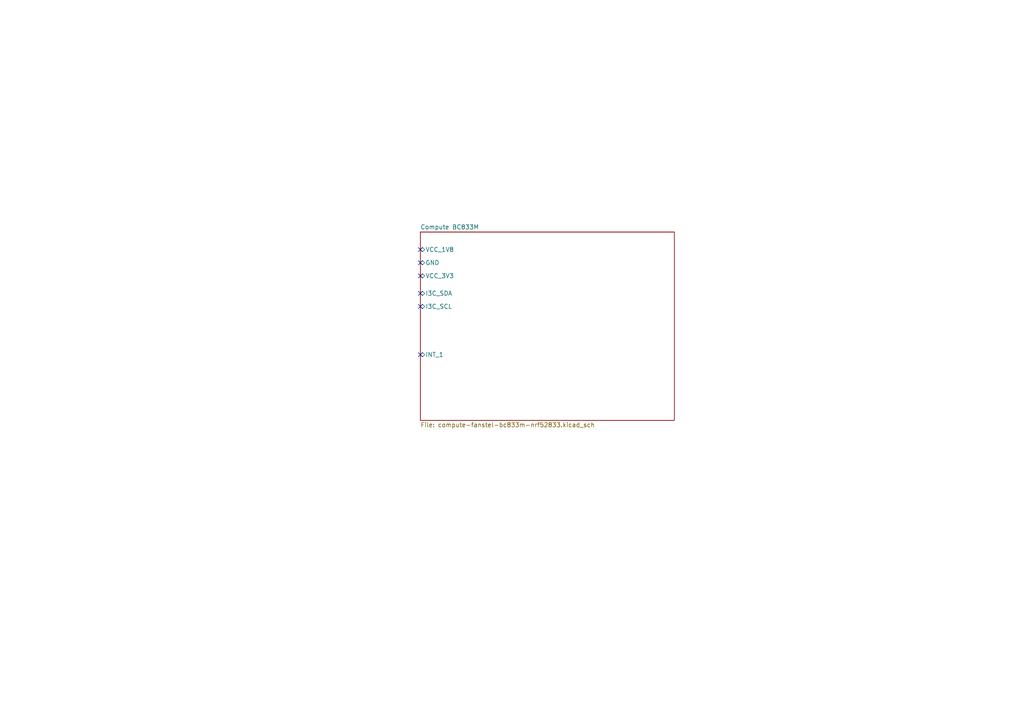
<source format=kicad_sch>
(kicad_sch (version 20230121) (generator eeschema)

  (uuid ba01ffbe-442c-4c2a-b3fd-8ca5fd4c24bd)

  (paper "A4")

  (lib_symbols
  )


  (no_connect (at 121.92 80.01) (uuid 2cae50ed-82e6-4cd4-87a0-56442b99dc17))
  (no_connect (at 121.92 102.87) (uuid 52c9f64b-52d1-412b-9ac6-b53925c704f6))
  (no_connect (at 121.92 76.2) (uuid 56537888-ea8d-47b0-ac3d-db11d2183963))
  (no_connect (at 121.92 88.9) (uuid 65c4424b-459c-4abc-b425-5917dfb5e7ca))
  (no_connect (at 121.92 85.09) (uuid 7eb2a10b-3a0f-493a-a144-5884ce26c63e))
  (no_connect (at 121.92 72.39) (uuid e7c897ee-9d03-4259-a1fc-1119cda70351))

  (sheet (at 121.92 67.31) (size 73.66 54.61) (fields_autoplaced)
    (stroke (width 0.1524) (type solid))
    (fill (color 0 0 0 0.0000))
    (uuid e453f9ae-cf02-473a-bd12-7da61a58d1fa)
    (property "Sheetname" "Compute BC833M" (at 121.92 66.5984 0)
      (effects (font (size 1.27 1.27)) (justify left bottom))
    )
    (property "Sheetfile" "compute-fanstel-bc833m-nrf52833.kicad_sch" (at 121.92 122.5046 0)
      (effects (font (size 1.27 1.27)) (justify left top))
    )
    (pin "VCC_1V8" bidirectional (at 121.92 72.39 180)
      (effects (font (size 1.27 1.27)) (justify left))
      (uuid f403d6d2-2670-48c8-a34d-f249fa348703)
    )
    (pin "GND" bidirectional (at 121.92 76.2 180)
      (effects (font (size 1.27 1.27)) (justify left))
      (uuid 9405a64d-24b2-4cc2-8bd3-cba1d9f00b4b)
    )
    (pin "INT_1" bidirectional (at 121.92 102.87 180)
      (effects (font (size 1.27 1.27)) (justify left))
      (uuid 45e8f58e-e8a4-43fe-9714-5ed2ed9bd8ea)
    )
    (pin "VCC_3V3" bidirectional (at 121.92 80.01 180)
      (effects (font (size 1.27 1.27)) (justify left))
      (uuid 52b4c60a-dad3-4234-be94-b6a83ed47e27)
    )
    (pin "I3C_SDA" bidirectional (at 121.92 85.09 180)
      (effects (font (size 1.27 1.27)) (justify left))
      (uuid d461775f-bed1-4122-8aad-6951c1bfbe5c)
    )
    (pin "I3C_SCL" bidirectional (at 121.92 88.9 180)
      (effects (font (size 1.27 1.27)) (justify left))
      (uuid 8d7ab5b6-41c9-40c5-8b96-73ad092b548b)
    )
    (instances
      (project "pcb-compute-nrf52833-bc833m"
        (path "/ba01ffbe-442c-4c2a-b3fd-8ca5fd4c24bd" (page "2"))
      )
    )
  )

  (sheet_instances
    (path "/" (page "1"))
  )
)

</source>
